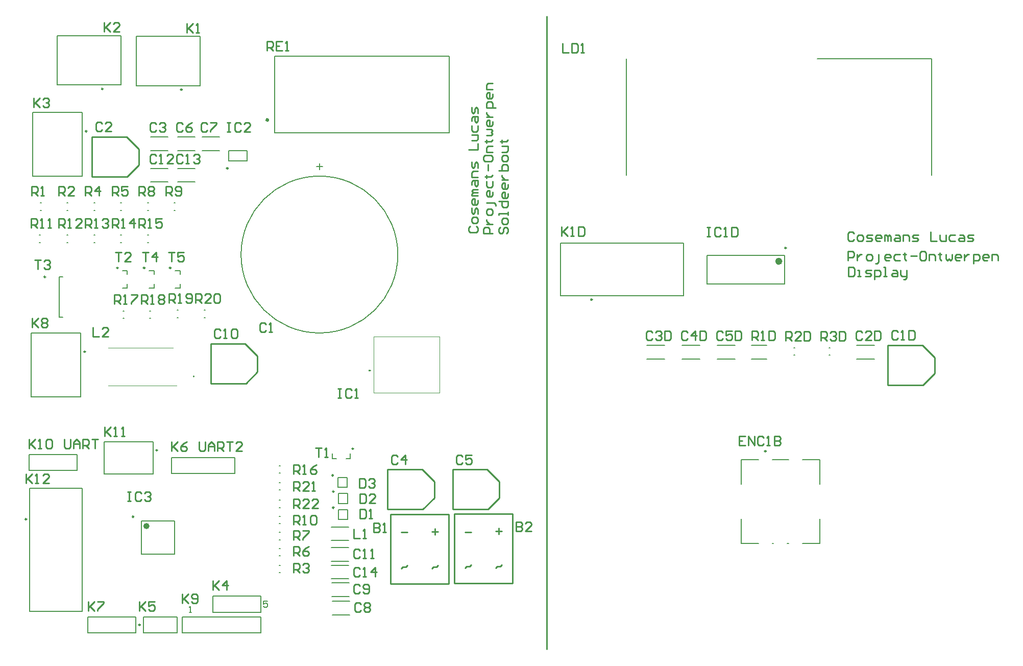
<source format=gto>
G04*
G04 #@! TF.GenerationSoftware,Altium Limited,Altium Designer,23.2.1 (34)*
G04*
G04 Layer_Color=65535*
%FSLAX25Y25*%
%MOIN*%
G70*
G04*
G04 #@! TF.SameCoordinates,A037187A-46A6-4B3A-B22B-D3DDD371AF81*
G04*
G04*
G04 #@! TF.FilePolarity,Positive*
G04*
G01*
G75*
%ADD10C,0.00984*%
%ADD11C,0.02362*%
%ADD12C,0.00787*%
%ADD13C,0.01575*%
%ADD14C,0.01968*%
%ADD15C,0.01181*%
%ADD16C,0.01000*%
%ADD17C,0.00394*%
%ADD18C,0.00600*%
D10*
X496150Y128776D02*
G03*
X496150Y128776I-492J0D01*
G01*
X382634Y227815D02*
G03*
X382634Y227815I-492J0D01*
G01*
X509339Y261543D02*
G03*
X509339Y261543I-492J0D01*
G01*
X107555Y248480D02*
G03*
X107555Y248480I-492J0D01*
G01*
X90555D02*
G03*
X90555Y248480I-492J0D01*
G01*
X25669Y242610D02*
G03*
X25669Y242610I-492J0D01*
G01*
X73055Y248480D02*
G03*
X73055Y248480I-492J0D01*
G01*
X226713Y130500D02*
G03*
X226713Y130500I-492J0D01*
G01*
X13307Y84500D02*
G03*
X13307Y84500I-492J0D01*
G01*
X98740Y129500D02*
G03*
X98740Y129500I-492J0D01*
G01*
X51693Y193842D02*
G03*
X51693Y193842I-492J0D01*
G01*
X87508Y15500D02*
G03*
X87508Y15500I-492J0D01*
G01*
X52693Y337685D02*
G03*
X52693Y337685I-492J0D01*
G01*
X63177Y365299D02*
G03*
X63177Y365299I-492J0D01*
G01*
X114835Y364799D02*
G03*
X114835Y364799I-492J0D01*
G01*
X83250Y86122D02*
G03*
X83250Y86122I-492J0D01*
G01*
X144882Y313465D02*
G03*
X144882Y313465I-492J0D01*
G01*
X213555Y113067D02*
G03*
X213555Y113067I-492J0D01*
G01*
X214055Y102572D02*
G03*
X214055Y102572I-492J0D01*
G01*
Y92067D02*
G03*
X214055Y92067I-492J0D01*
G01*
D11*
X505638Y252783D02*
G03*
X505638Y252783I-1181J0D01*
G01*
D12*
X255681Y257185D02*
G03*
X255681Y257185I-51181J0D01*
G01*
X122465Y178094D02*
G03*
X122465Y177307I0J-394D01*
G01*
D02*
G03*
X122465Y178094I0J394D01*
G01*
X479909Y123362D02*
X491130D01*
X500185D02*
X510815D01*
X519870D02*
X531091D01*
Y68638D02*
Y84681D01*
Y107319D02*
Y123362D01*
X479909Y68638D02*
X491130D01*
X500185D02*
X500972D01*
X510028D02*
X510815D01*
X519870D02*
X531091D01*
X479909D02*
Y84681D01*
Y107319D02*
Y123362D01*
X537248Y191539D02*
X538035D01*
X537248Y196461D02*
X538035D01*
X514248Y191539D02*
X515035D01*
X514248Y196461D02*
X515035D01*
X486708Y197929D02*
X496575D01*
X486708Y189071D02*
X496575D01*
X529642Y384894D02*
X604346D01*
Y309106D02*
Y384894D01*
X404937Y309106D02*
Y384894D01*
X362083Y230374D02*
Y264626D01*
Y230374D02*
X442201D01*
X442202Y230375D02*
Y264625D01*
X362083Y264626D02*
X442201D01*
X457606Y256720D02*
X508394D01*
X457606Y237823D02*
X508394D01*
Y256720D01*
X457606Y237823D02*
Y256720D01*
X464421Y189059D02*
X475863D01*
X464421Y197941D02*
X475863D01*
X441421Y189059D02*
X452863D01*
X441421Y197941D02*
X452863D01*
X418421Y189059D02*
X429863D01*
X418421Y197941D02*
X429863D01*
X555421Y189059D02*
X566863D01*
X555421Y197941D02*
X566863D01*
X202500Y314500D02*
X206500D01*
X204500Y312500D02*
Y316500D01*
X110350Y246748D02*
X113559D01*
Y244150D02*
Y246748D01*
X110350Y235252D02*
X113559D01*
Y237850D01*
X93350Y246748D02*
X96559D01*
Y244150D02*
Y246748D01*
X93350Y235252D02*
X96559D01*
Y237850D01*
X34429Y242689D02*
X36791D01*
X34429Y216311D02*
Y242689D01*
Y216311D02*
X36791D01*
X75850Y246748D02*
X79059D01*
Y244150D02*
Y246748D01*
X75850Y235252D02*
X79059D01*
Y237850D01*
X224488Y124004D02*
Y127213D01*
X221890Y124004D02*
X224488D01*
X212992D02*
Y127213D01*
Y124004D02*
X215591D01*
X175169Y386764D02*
X289343D01*
Y336764D02*
Y386764D01*
X175169Y336764D02*
X289343D01*
X175169D02*
Y386764D01*
X178106Y92039D02*
X178894D01*
X178106Y96961D02*
X178894D01*
X178106Y103539D02*
X178894D01*
X178106Y108461D02*
X178894D01*
X129106Y220961D02*
X129894D01*
X129106Y216039D02*
X129894D01*
X111606Y220961D02*
X112394D01*
X111606Y216039D02*
X112394D01*
X93606Y220461D02*
X94394D01*
X93606Y215539D02*
X94394D01*
X76106Y220461D02*
X76894D01*
X76106Y215539D02*
X76894D01*
X178106Y114539D02*
X178894D01*
X178106Y119461D02*
X178894D01*
X92106Y269961D02*
X92894D01*
X92106Y265039D02*
X92894D01*
X74606Y269961D02*
X75394D01*
X74606Y265039D02*
X75394D01*
X57106Y269961D02*
X57894D01*
X57106Y265039D02*
X57894D01*
X39606Y269961D02*
X40394D01*
X39606Y265039D02*
X40394D01*
X21606Y269961D02*
X22394D01*
X21606Y265039D02*
X22394D01*
X178106Y86461D02*
X178894D01*
X178106Y81539D02*
X178894D01*
X109606Y290961D02*
X110394D01*
X109606Y286039D02*
X110394D01*
X92106Y290961D02*
X92894D01*
X92106Y286039D02*
X92894D01*
X178106Y75961D02*
X178894D01*
X178106Y71039D02*
X178894D01*
X178106Y65461D02*
X178894D01*
X178106Y60539D02*
X178894D01*
X74606Y290961D02*
X75394D01*
X74606Y286039D02*
X75394D01*
X57106Y290961D02*
X57894D01*
X57106Y286039D02*
X57894D01*
X178106Y54461D02*
X178894D01*
X178106Y49539D02*
X178894D01*
X39606Y290961D02*
X40394D01*
X39606Y286039D02*
X40394D01*
X22106Y290961D02*
X22894D01*
X22106Y286039D02*
X22894D01*
X212279Y70559D02*
X223721D01*
X212279Y79441D02*
X223721D01*
X49626Y24441D02*
Y104559D01*
X15375Y24440D02*
X49625D01*
X15374Y24441D02*
Y104559D01*
X49626D01*
X64016Y114106D02*
X95984D01*
X64016D02*
Y134894D01*
X95984D01*
Y114106D02*
Y134894D01*
X14909Y116205D02*
Y126795D01*
Y116205D02*
X46091D01*
Y126795D01*
X14909D02*
X46091D01*
X166091Y10205D02*
Y20795D01*
X114909D02*
X166091D01*
X114909Y10205D02*
Y20795D01*
Y10205D02*
X166091D01*
X16358Y164315D02*
Y206047D01*
Y164315D02*
X48642D01*
Y206047D01*
X16358D02*
X48642D01*
X53409Y10205D02*
Y20795D01*
Y10205D02*
X84591D01*
Y20795D01*
X53409D02*
X84591D01*
X107909Y124795D02*
X149091D01*
Y114205D02*
Y124795D01*
X107909Y114205D02*
X149091D01*
X107909D02*
Y124795D01*
X89516Y20697D02*
X111484D01*
Y10303D02*
Y20697D01*
X89516Y10303D02*
X111484D01*
X89516D02*
Y20697D01*
X166091Y23705D02*
Y34295D01*
X134909D02*
X166091D01*
X134909Y23705D02*
Y34295D01*
Y23705D02*
X166091D01*
X17358Y308157D02*
Y349890D01*
Y308157D02*
X49642D01*
Y349890D01*
X17358D02*
X49642D01*
X33157Y400142D02*
X74890D01*
X33157Y367858D02*
Y400142D01*
Y367858D02*
X74890D01*
Y400142D01*
X84815Y399642D02*
X126547D01*
X84815Y367358D02*
Y399642D01*
Y367358D02*
X126547D01*
Y399642D01*
X88173Y61673D02*
Y83327D01*
Y61673D02*
X109827D01*
Y83327D01*
X88173D02*
X109827D01*
X157382Y318386D02*
Y325079D01*
X145177Y318386D02*
Y325079D01*
X157382D01*
X145177Y318386D02*
X157382D01*
X216429Y105252D02*
Y111748D01*
Y105252D02*
X222571D01*
Y111748D01*
X216429D02*
X222571D01*
X216929Y94757D02*
Y101253D01*
Y94757D02*
X223071D01*
Y101253D01*
X216929D02*
X223071D01*
X216929Y84252D02*
Y90748D01*
Y84252D02*
X223071D01*
Y90748D01*
X216929D02*
X223071D01*
X212279Y54441D02*
X223721D01*
X212279Y45559D02*
X223721D01*
X111779Y313441D02*
X123221D01*
X111779Y304559D02*
X123221D01*
X94279Y313441D02*
X105721D01*
X94279Y304559D02*
X105721D01*
X212279Y57059D02*
X223721D01*
X212279Y65941D02*
X223721D01*
X212432Y34059D02*
X223874D01*
X212432Y42941D02*
X223874D01*
X212779Y22059D02*
X224221D01*
X212779Y30941D02*
X224221D01*
X127779Y333941D02*
X139221D01*
X127779Y325059D02*
X139221D01*
X111779Y333941D02*
X123221D01*
X111779Y325059D02*
X123221D01*
X94279Y333941D02*
X105721D01*
X94279Y325059D02*
X105721D01*
D13*
X170952Y345047D02*
G03*
X170952Y345047I-495J0D01*
G01*
D14*
X92504Y79980D02*
G03*
X92504Y79980I-984J0D01*
G01*
D15*
X237090Y181500D02*
G03*
X237484Y181500I197J0D01*
G01*
D02*
G03*
X237090Y181500I-197J0D01*
G01*
D16*
X575642Y197992D02*
X577650D01*
X575642Y187008D02*
Y197992D01*
Y172008D02*
X598650D01*
X606142Y179500D01*
Y190000D01*
X598150Y197992D02*
X606142Y190000D01*
X590642Y197992D02*
X598150D01*
X577650D02*
X590642D01*
X575642Y172008D02*
Y187008D01*
X353000Y-500D02*
Y412500D01*
X133500Y173008D02*
Y188008D01*
X135508Y198992D02*
X148500D01*
X156008D01*
X164000Y191000D01*
Y180500D02*
Y191000D01*
X156508Y173008D02*
X164000Y180500D01*
X133500Y173008D02*
X156508D01*
X133500Y188008D02*
Y198992D01*
X135508D01*
X291500Y90843D02*
Y105843D01*
X293508Y116827D02*
X306500D01*
X314008D01*
X322000Y108835D01*
Y98335D02*
Y108835D01*
X314508Y90843D02*
X322000Y98335D01*
X291500Y90843D02*
X314508D01*
X291500Y105843D02*
Y116827D01*
X293508D01*
X249000Y90843D02*
Y105843D01*
X251008Y116827D02*
X264000D01*
X271508D01*
X279500Y108835D01*
Y98335D02*
Y108835D01*
X272008Y90843D02*
X279500Y98335D01*
X249000Y90843D02*
X272008D01*
X249000Y105843D02*
Y116827D01*
X251008D01*
X56000Y308008D02*
Y323008D01*
X58008Y333992D02*
X71000D01*
X78508D01*
X86500Y326000D01*
Y315500D02*
Y326000D01*
X79008Y308008D02*
X86500Y315500D01*
X56000Y308008D02*
X79008D01*
X56000Y323008D02*
Y333992D01*
X58008D01*
X302803Y42571D02*
X311000D01*
X292493D02*
X302803D01*
X292493D02*
Y67077D01*
X330507D02*
Y87827D01*
X292493Y67077D02*
Y87827D01*
X330507Y65000D02*
Y67077D01*
Y42571D02*
Y65000D01*
X292493Y87827D02*
X330507D01*
X311000Y42571D02*
X330507D01*
X261303Y42406D02*
X269500D01*
X250993D02*
X261303D01*
X250993D02*
Y66912D01*
X289007D02*
Y87662D01*
X250993Y66912D02*
Y87662D01*
X289007Y64835D02*
Y66912D01*
Y42406D02*
Y64835D01*
X250993Y87662D02*
X289007D01*
X269500Y42406D02*
X289007D01*
X108000Y134948D02*
Y128950D01*
Y130949D01*
X111999Y134948D01*
X109000Y131949D01*
X111999Y128950D01*
X117997Y134948D02*
X115997Y133948D01*
X113998Y131949D01*
Y129950D01*
X114998Y128950D01*
X116997D01*
X117997Y129950D01*
Y130949D01*
X116997Y131949D01*
X113998D01*
X125994Y134948D02*
Y129950D01*
X126994Y128950D01*
X128993D01*
X129993Y129950D01*
Y134948D01*
X131992Y128950D02*
Y132949D01*
X133992Y134948D01*
X135991Y132949D01*
Y128950D01*
Y131949D01*
X131992D01*
X137990Y128950D02*
Y134948D01*
X140989D01*
X141989Y133948D01*
Y131949D01*
X140989Y130949D01*
X137990D01*
X139990D02*
X141989Y128950D01*
X143988Y134948D02*
X147987D01*
X145988D01*
Y128950D01*
X153985D02*
X149986D01*
X153985Y132949D01*
Y133948D01*
X152985Y134948D01*
X150986D01*
X149986Y133948D01*
X482499Y138798D02*
X478500D01*
Y132800D01*
X482499D01*
X478500Y135799D02*
X480499D01*
X484498Y132800D02*
Y138798D01*
X488497Y132800D01*
Y138798D01*
X494495Y137798D02*
X493495Y138798D01*
X491496D01*
X490496Y137798D01*
Y133800D01*
X491496Y132800D01*
X493495D01*
X494495Y133800D01*
X496494Y132800D02*
X498493D01*
X497494D01*
Y138798D01*
X496494Y137798D01*
X501493Y138798D02*
Y132800D01*
X504492D01*
X505491Y133800D01*
Y134799D01*
X504492Y135799D01*
X501493D01*
X504492D01*
X505491Y136799D01*
Y137798D01*
X504492Y138798D01*
X501493D01*
X531900Y201000D02*
Y206998D01*
X534899D01*
X535899Y205998D01*
Y203999D01*
X534899Y202999D01*
X531900D01*
X533899D02*
X535899Y201000D01*
X537898Y205998D02*
X538898Y206998D01*
X540897D01*
X541897Y205998D01*
Y204999D01*
X540897Y203999D01*
X539897D01*
X540897D01*
X541897Y202999D01*
Y202000D01*
X540897Y201000D01*
X538898D01*
X537898Y202000D01*
X543896Y206998D02*
Y201000D01*
X546895D01*
X547895Y202000D01*
Y205998D01*
X546895Y206998D01*
X543896D01*
X508900Y201000D02*
Y206998D01*
X511899D01*
X512899Y205998D01*
Y203999D01*
X511899Y202999D01*
X508900D01*
X510899D02*
X512899Y201000D01*
X518897D02*
X514898D01*
X518897Y204999D01*
Y205998D01*
X517897Y206998D01*
X515898D01*
X514898Y205998D01*
X520896Y206998D02*
Y201000D01*
X523895D01*
X524895Y202000D01*
Y205998D01*
X523895Y206998D01*
X520896D01*
X486900Y201300D02*
Y207298D01*
X489899D01*
X490899Y206298D01*
Y204299D01*
X489899Y203299D01*
X486900D01*
X488899D02*
X490899Y201300D01*
X492898D02*
X494897D01*
X493898D01*
Y207298D01*
X492898Y206298D01*
X497896Y207298D02*
Y201300D01*
X500896D01*
X501895Y202300D01*
Y206298D01*
X500896Y207298D01*
X497896D01*
X363300Y395098D02*
Y389100D01*
X367299D01*
X369298Y395098D02*
Y389100D01*
X372297D01*
X373297Y390100D01*
Y394098D01*
X372297Y395098D01*
X369298D01*
X375296Y389100D02*
X377295D01*
X376296D01*
Y395098D01*
X375296Y394098D01*
X362600Y275298D02*
Y269300D01*
Y271299D01*
X366599Y275298D01*
X363600Y272299D01*
X366599Y269300D01*
X368598D02*
X370597D01*
X369598D01*
Y275298D01*
X368598Y274298D01*
X373596Y275298D02*
Y269300D01*
X376595D01*
X377595Y270300D01*
Y274298D01*
X376595Y275298D01*
X373596D01*
X457500Y274898D02*
X459499D01*
X458500D01*
Y268900D01*
X457500D01*
X459499D01*
X466497Y273898D02*
X465497Y274898D01*
X463498D01*
X462498Y273898D01*
Y269900D01*
X463498Y268900D01*
X465497D01*
X466497Y269900D01*
X468496Y268900D02*
X470496D01*
X469496D01*
Y274898D01*
X468496Y273898D01*
X473495Y274898D02*
Y268900D01*
X476494D01*
X477493Y269900D01*
Y273898D01*
X476494Y274898D01*
X473495D01*
X467999Y206298D02*
X466999Y207298D01*
X465000D01*
X464000Y206298D01*
Y202300D01*
X465000Y201300D01*
X466999D01*
X467999Y202300D01*
X473997Y207298D02*
X469998D01*
Y204299D01*
X471997Y205299D01*
X472997D01*
X473997Y204299D01*
Y202300D01*
X472997Y201300D01*
X470998D01*
X469998Y202300D01*
X475996Y207298D02*
Y201300D01*
X478995D01*
X479995Y202300D01*
Y206298D01*
X478995Y207298D01*
X475996D01*
X444999Y206298D02*
X443999Y207298D01*
X442000D01*
X441000Y206298D01*
Y202300D01*
X442000Y201300D01*
X443999D01*
X444999Y202300D01*
X449997Y201300D02*
Y207298D01*
X446998Y204299D01*
X450997D01*
X452996Y207298D02*
Y201300D01*
X455995D01*
X456995Y202300D01*
Y206298D01*
X455995Y207298D01*
X452996D01*
X421999Y206298D02*
X420999Y207298D01*
X419000D01*
X418000Y206298D01*
Y202300D01*
X419000Y201300D01*
X420999D01*
X421999Y202300D01*
X423998Y206298D02*
X424998Y207298D01*
X426997D01*
X427997Y206298D01*
Y205299D01*
X426997Y204299D01*
X425997D01*
X426997D01*
X427997Y203299D01*
Y202300D01*
X426997Y201300D01*
X424998D01*
X423998Y202300D01*
X429996Y207298D02*
Y201300D01*
X432995D01*
X433995Y202300D01*
Y206298D01*
X432995Y207298D01*
X429996D01*
X558999Y206298D02*
X557999Y207298D01*
X556000D01*
X555000Y206298D01*
Y202300D01*
X556000Y201300D01*
X557999D01*
X558999Y202300D01*
X564997Y201300D02*
X560998D01*
X564997Y205299D01*
Y206298D01*
X563997Y207298D01*
X561998D01*
X560998Y206298D01*
X566996Y207298D02*
Y201300D01*
X569995D01*
X570995Y202300D01*
Y206298D01*
X569995Y207298D01*
X566996D01*
X582099Y206498D02*
X581099Y207498D01*
X579100D01*
X578100Y206498D01*
Y202500D01*
X579100Y201500D01*
X581099D01*
X582099Y202500D01*
X584098Y201500D02*
X586097D01*
X585098D01*
Y207498D01*
X584098Y206498D01*
X589096Y207498D02*
Y201500D01*
X592096D01*
X593095Y202500D01*
Y206498D01*
X592096Y207498D01*
X589096D01*
X169500Y211499D02*
X168500Y212499D01*
X166501D01*
X165501Y211499D01*
Y207501D01*
X166501Y206501D01*
X168500D01*
X169500Y207501D01*
X171499Y206501D02*
X173499D01*
X172499D01*
Y212499D01*
X171499Y211499D01*
X550000Y248997D02*
Y242999D01*
X552999D01*
X553999Y243999D01*
Y247998D01*
X552999Y248997D01*
X550000D01*
X555998Y242999D02*
X557997D01*
X556998D01*
Y246998D01*
X555998D01*
X560996Y242999D02*
X563996D01*
X564995Y243999D01*
X563996Y244999D01*
X561996D01*
X560996Y245998D01*
X561996Y246998D01*
X564995D01*
X566994Y241000D02*
Y246998D01*
X569993D01*
X570993Y245998D01*
Y243999D01*
X569993Y242999D01*
X566994D01*
X572993D02*
X574992D01*
X573992D01*
Y248997D01*
X572993D01*
X578991Y246998D02*
X580990D01*
X581990Y245998D01*
Y242999D01*
X578991D01*
X577991Y243999D01*
X578991Y244999D01*
X581990D01*
X583989Y246998D02*
Y243999D01*
X584989Y242999D01*
X587988D01*
Y242000D01*
X586988Y241000D01*
X585988D01*
X587988Y242999D02*
Y246998D01*
X549559Y253431D02*
Y259429D01*
X552558D01*
X553557Y258429D01*
Y256430D01*
X552558Y255430D01*
X549559D01*
X555557Y257430D02*
Y253431D01*
Y255430D01*
X556557Y256430D01*
X557556Y257430D01*
X558556D01*
X562555Y253431D02*
X564554D01*
X565554Y254431D01*
Y256430D01*
X564554Y257430D01*
X562555D01*
X561555Y256430D01*
Y254431D01*
X562555Y253431D01*
X567553Y251431D02*
X568553D01*
X569552Y252431D01*
Y257430D01*
X576550Y253431D02*
X574551D01*
X573551Y254431D01*
Y256430D01*
X574551Y257430D01*
X576550D01*
X577550Y256430D01*
Y255430D01*
X573551D01*
X583548Y257430D02*
X580549D01*
X579549Y256430D01*
Y254431D01*
X580549Y253431D01*
X583548D01*
X586547Y258429D02*
Y257430D01*
X585547D01*
X587547D01*
X586547D01*
Y254431D01*
X587547Y253431D01*
X590546Y256430D02*
X594544D01*
X599543Y259429D02*
X597543D01*
X596544Y258429D01*
Y254431D01*
X597543Y253431D01*
X599543D01*
X600542Y254431D01*
Y258429D01*
X599543Y259429D01*
X602542Y253431D02*
Y257430D01*
X605541D01*
X606540Y256430D01*
Y253431D01*
X609539Y258429D02*
Y257430D01*
X608540D01*
X610539D01*
X609539D01*
Y254431D01*
X610539Y253431D01*
X613538Y257430D02*
Y254431D01*
X614538Y253431D01*
X615538Y254431D01*
X616537Y253431D01*
X617537Y254431D01*
Y257430D01*
X622535Y253431D02*
X620536D01*
X619536Y254431D01*
Y256430D01*
X620536Y257430D01*
X622535D01*
X623535Y256430D01*
Y255430D01*
X619536D01*
X625534Y257430D02*
Y253431D01*
Y255430D01*
X626534Y256430D01*
X627534Y257430D01*
X628533D01*
X631532Y251431D02*
Y257430D01*
X634531D01*
X635531Y256430D01*
Y254431D01*
X634531Y253431D01*
X631532D01*
X640529D02*
X638530D01*
X637530Y254431D01*
Y256430D01*
X638530Y257430D01*
X640529D01*
X641529Y256430D01*
Y255430D01*
X637530D01*
X643528Y253431D02*
Y257430D01*
X646527D01*
X647527Y256430D01*
Y253431D01*
X553499Y270998D02*
X552499Y271998D01*
X550500D01*
X549500Y270998D01*
Y267000D01*
X550500Y266000D01*
X552499D01*
X553499Y267000D01*
X556498Y266000D02*
X558497D01*
X559497Y267000D01*
Y268999D01*
X558497Y269999D01*
X556498D01*
X555498Y268999D01*
Y267000D01*
X556498Y266000D01*
X561496D02*
X564495D01*
X565495Y267000D01*
X564495Y267999D01*
X562496D01*
X561496Y268999D01*
X562496Y269999D01*
X565495D01*
X570493Y266000D02*
X568494D01*
X567494Y267000D01*
Y268999D01*
X568494Y269999D01*
X570493D01*
X571493Y268999D01*
Y267999D01*
X567494D01*
X573492Y266000D02*
Y269999D01*
X574492D01*
X575492Y268999D01*
Y266000D01*
Y268999D01*
X576491Y269999D01*
X577491Y268999D01*
Y266000D01*
X580490Y269999D02*
X582489D01*
X583489Y268999D01*
Y266000D01*
X580490D01*
X579490Y267000D01*
X580490Y267999D01*
X583489D01*
X585488Y266000D02*
Y269999D01*
X588487D01*
X589487Y268999D01*
Y266000D01*
X591486D02*
X594486D01*
X595485Y267000D01*
X594486Y267999D01*
X592486D01*
X591486Y268999D01*
X592486Y269999D01*
X595485D01*
X603482Y271998D02*
Y266000D01*
X607481D01*
X609481Y269999D02*
Y267000D01*
X610480Y266000D01*
X613479D01*
Y269999D01*
X619477D02*
X616478D01*
X615479Y268999D01*
Y267000D01*
X616478Y266000D01*
X619477D01*
X622476Y269999D02*
X624476D01*
X625475Y268999D01*
Y266000D01*
X622476D01*
X621477Y267000D01*
X622476Y267999D01*
X625475D01*
X627475Y266000D02*
X630474D01*
X631473Y267000D01*
X630474Y267999D01*
X628475D01*
X627475Y268999D01*
X628475Y269999D01*
X631473D01*
X303002Y275499D02*
X302002Y274499D01*
Y272500D01*
X303002Y271500D01*
X307000D01*
X308000Y272500D01*
Y274499D01*
X307000Y275499D01*
X308000Y278498D02*
Y280497D01*
X307000Y281497D01*
X305001D01*
X304001Y280497D01*
Y278498D01*
X305001Y277498D01*
X307000D01*
X308000Y278498D01*
Y283496D02*
Y286495D01*
X307000Y287495D01*
X306001Y286495D01*
Y284496D01*
X305001Y283496D01*
X304001Y284496D01*
Y287495D01*
X308000Y292493D02*
Y290494D01*
X307000Y289494D01*
X305001D01*
X304001Y290494D01*
Y292493D01*
X305001Y293493D01*
X306001D01*
Y289494D01*
X308000Y295492D02*
X304001D01*
Y296492D01*
X305001Y297492D01*
X308000D01*
X305001D01*
X304001Y298491D01*
X305001Y299491D01*
X308000D01*
X304001Y302490D02*
Y304489D01*
X305001Y305489D01*
X308000D01*
Y302490D01*
X307000Y301490D01*
X306001Y302490D01*
Y305489D01*
X308000Y307488D02*
X304001D01*
Y310487D01*
X305001Y311487D01*
X308000D01*
Y313486D02*
Y316485D01*
X307000Y317485D01*
X306001Y316485D01*
Y314486D01*
X305001Y313486D01*
X304001Y314486D01*
Y317485D01*
X302002Y325483D02*
X308000D01*
Y329481D01*
X304001Y331481D02*
X307000D01*
X308000Y332480D01*
Y335479D01*
X304001D01*
Y341477D02*
Y338478D01*
X305001Y337479D01*
X307000D01*
X308000Y338478D01*
Y341477D01*
X304001Y344476D02*
Y346476D01*
X305001Y347475D01*
X308000D01*
Y344476D01*
X307000Y343477D01*
X306001Y344476D01*
Y347475D01*
X308000Y349475D02*
Y352474D01*
X307000Y353473D01*
X306001Y352474D01*
Y350475D01*
X305001Y349475D01*
X304001Y350475D01*
Y353473D01*
X322502Y274999D02*
X321502Y273999D01*
Y272000D01*
X322502Y271000D01*
X323501D01*
X324501Y272000D01*
Y273999D01*
X325501Y274999D01*
X326500D01*
X327500Y273999D01*
Y272000D01*
X326500Y271000D01*
X327500Y277998D02*
Y279997D01*
X326500Y280997D01*
X324501D01*
X323501Y279997D01*
Y277998D01*
X324501Y276998D01*
X326500D01*
X327500Y277998D01*
Y282996D02*
Y284996D01*
Y283996D01*
X321502D01*
Y282996D01*
Y291993D02*
X327500D01*
Y288994D01*
X326500Y287995D01*
X324501D01*
X323501Y288994D01*
Y291993D01*
X327500Y296992D02*
Y294992D01*
X326500Y293993D01*
X324501D01*
X323501Y294992D01*
Y296992D01*
X324501Y297991D01*
X325501D01*
Y293993D01*
X327500Y302990D02*
Y300990D01*
X326500Y299991D01*
X324501D01*
X323501Y300990D01*
Y302990D01*
X324501Y303989D01*
X325501D01*
Y299991D01*
X323501Y305989D02*
X327500D01*
X325501D01*
X324501Y306988D01*
X323501Y307988D01*
Y308988D01*
X321502Y311987D02*
X327500D01*
Y314986D01*
X326500Y315985D01*
X325501D01*
X324501D01*
X323501Y314986D01*
Y311987D01*
X327500Y318985D02*
Y320984D01*
X326500Y321984D01*
X324501D01*
X323501Y320984D01*
Y318985D01*
X324501Y317985D01*
X326500D01*
X327500Y318985D01*
X323501Y323983D02*
X326500D01*
X327500Y324983D01*
Y327982D01*
X323501D01*
X322502Y330981D02*
X323501D01*
Y329981D01*
Y331980D01*
Y330981D01*
X326500D01*
X327500Y331980D01*
X317501Y271000D02*
X311503D01*
Y273999D01*
X312502Y274999D01*
X314502D01*
X315501Y273999D01*
Y271000D01*
X313502Y276998D02*
X317501D01*
X315501D01*
X314502Y277998D01*
X313502Y278997D01*
Y279997D01*
X317501Y283996D02*
Y285995D01*
X316501Y286995D01*
X314502D01*
X313502Y285995D01*
Y283996D01*
X314502Y282996D01*
X316501D01*
X317501Y283996D01*
X319500Y288994D02*
Y289994D01*
X318500Y290993D01*
X313502D01*
X317501Y297991D02*
Y295992D01*
X316501Y294992D01*
X314502D01*
X313502Y295992D01*
Y297991D01*
X314502Y298991D01*
X315501D01*
Y294992D01*
X313502Y304989D02*
Y301990D01*
X314502Y300990D01*
X316501D01*
X317501Y301990D01*
Y304989D01*
X312502Y307988D02*
X313502D01*
Y306988D01*
Y308988D01*
Y307988D01*
X316501D01*
X317501Y308988D01*
X314502Y311987D02*
Y315985D01*
X311503Y320984D02*
Y318985D01*
X312502Y317985D01*
X316501D01*
X317501Y318985D01*
Y320984D01*
X316501Y321984D01*
X312502D01*
X311503Y320984D01*
X317501Y323983D02*
X313502D01*
Y326982D01*
X314502Y327982D01*
X317501D01*
X312502Y330981D02*
X313502D01*
Y329981D01*
Y331980D01*
Y330981D01*
X316501D01*
X317501Y331980D01*
X313502Y334979D02*
X316501D01*
X317501Y335979D01*
X316501Y336979D01*
X317501Y337978D01*
X316501Y338978D01*
X313502D01*
X317501Y343976D02*
Y341977D01*
X316501Y340977D01*
X314502D01*
X313502Y341977D01*
Y343976D01*
X314502Y344976D01*
X315501D01*
Y340977D01*
X313502Y346975D02*
X317501D01*
X315501D01*
X314502Y347975D01*
X313502Y348975D01*
Y349974D01*
X319500Y352974D02*
X313502D01*
Y355973D01*
X314502Y356972D01*
X316501D01*
X317501Y355973D01*
Y352974D01*
Y361971D02*
Y359971D01*
X316501Y358972D01*
X314502D01*
X313502Y359971D01*
Y361971D01*
X314502Y362970D01*
X315501D01*
Y358972D01*
X317501Y364970D02*
X313502D01*
Y367969D01*
X314502Y368968D01*
X317501D01*
X299500Y52500D02*
X300500Y53500D01*
X302499D01*
X303499Y54499D01*
X319500Y52500D02*
X320500Y53500D01*
X322499D01*
X323499Y54499D01*
X299500Y76000D02*
X303499D01*
X319500Y76499D02*
X323499D01*
X321499Y78499D02*
Y74500D01*
X258000Y52335D02*
X259000Y53335D01*
X260999D01*
X261999Y54334D01*
X278000Y52335D02*
X279000Y53335D01*
X280999D01*
X281999Y54334D01*
X258000Y75835D02*
X261999D01*
X278000Y76334D02*
X281999D01*
X279999Y78334D02*
Y74335D01*
X105800Y258498D02*
X109799D01*
X107799D01*
Y252500D01*
X115797Y258498D02*
X111798D01*
Y255499D01*
X113797Y256499D01*
X114797D01*
X115797Y255499D01*
Y253500D01*
X114797Y252500D01*
X112798D01*
X111798Y253500D01*
X88800Y258498D02*
X92799D01*
X90799D01*
Y252500D01*
X97797D02*
Y258498D01*
X94798Y255499D01*
X98797D01*
X18600Y253698D02*
X22599D01*
X20599D01*
Y247700D01*
X24598Y252698D02*
X25598Y253698D01*
X27597D01*
X28597Y252698D01*
Y251699D01*
X27597Y250699D01*
X26597D01*
X27597D01*
X28597Y249699D01*
Y248700D01*
X27597Y247700D01*
X25598D01*
X24598Y248700D01*
X71300Y258498D02*
X75299D01*
X73299D01*
Y252500D01*
X81297D02*
X77298D01*
X81297Y256499D01*
Y257498D01*
X80297Y258498D01*
X78298D01*
X77298Y257498D01*
X202001Y130999D02*
X206000D01*
X204001D01*
Y125001D01*
X207999D02*
X209999D01*
X208999D01*
Y130999D01*
X207999Y129999D01*
X170200Y390200D02*
Y396198D01*
X173199D01*
X174199Y395198D01*
Y393199D01*
X173199Y392199D01*
X170200D01*
X172199D02*
X174199Y390200D01*
X180197Y396198D02*
X176198D01*
Y390200D01*
X180197D01*
X176198Y393199D02*
X178197D01*
X182196Y390200D02*
X184195D01*
X183196D01*
Y396198D01*
X182196Y395198D01*
X187503Y91501D02*
Y97499D01*
X190502D01*
X191501Y96499D01*
Y94500D01*
X190502Y93500D01*
X187503D01*
X189502D02*
X191501Y91501D01*
X197499D02*
X193501D01*
X197499Y95500D01*
Y96499D01*
X196500Y97499D01*
X194500D01*
X193501Y96499D01*
X203497Y91501D02*
X199499D01*
X203497Y95500D01*
Y96499D01*
X202498Y97499D01*
X200498D01*
X199499Y96499D01*
X187502Y103001D02*
Y108999D01*
X190501D01*
X191501Y107999D01*
Y106000D01*
X190501Y105000D01*
X187502D01*
X189502D02*
X191501Y103001D01*
X197499D02*
X193500D01*
X197499Y107000D01*
Y107999D01*
X196499Y108999D01*
X194500D01*
X193500Y107999D01*
X199498Y103001D02*
X201498D01*
X200498D01*
Y108999D01*
X199498Y107999D01*
X123700Y225500D02*
Y231498D01*
X126699D01*
X127699Y230498D01*
Y228499D01*
X126699Y227499D01*
X123700D01*
X125699D02*
X127699Y225500D01*
X133697D02*
X129698D01*
X133697Y229499D01*
Y230498D01*
X132697Y231498D01*
X130698D01*
X129698Y230498D01*
X135696D02*
X136696Y231498D01*
X138695D01*
X139695Y230498D01*
Y226500D01*
X138695Y225500D01*
X136696D01*
X135696Y226500D01*
Y230498D01*
X106200Y225500D02*
Y231498D01*
X109199D01*
X110199Y230498D01*
Y228499D01*
X109199Y227499D01*
X106200D01*
X108199D02*
X110199Y225500D01*
X112198D02*
X114197D01*
X113198D01*
Y231498D01*
X112198Y230498D01*
X117196Y226500D02*
X118196Y225500D01*
X120195D01*
X121195Y226500D01*
Y230498D01*
X120195Y231498D01*
X118196D01*
X117196Y230498D01*
Y229499D01*
X118196Y228499D01*
X121195D01*
X88200Y225000D02*
Y230998D01*
X91199D01*
X92199Y229998D01*
Y227999D01*
X91199Y226999D01*
X88200D01*
X90199D02*
X92199Y225000D01*
X94198D02*
X96197D01*
X95198D01*
Y230998D01*
X94198Y229998D01*
X99196D02*
X100196Y230998D01*
X102196D01*
X103195Y229998D01*
Y228999D01*
X102196Y227999D01*
X103195Y226999D01*
Y226000D01*
X102196Y225000D01*
X100196D01*
X99196Y226000D01*
Y226999D01*
X100196Y227999D01*
X99196Y228999D01*
Y229998D01*
X100196Y227999D02*
X102196D01*
X70700Y225000D02*
Y230998D01*
X73699D01*
X74699Y229998D01*
Y227999D01*
X73699Y226999D01*
X70700D01*
X72699D02*
X74699Y225000D01*
X76698D02*
X78697D01*
X77698D01*
Y230998D01*
X76698Y229998D01*
X81696Y230998D02*
X85695D01*
Y229998D01*
X81696Y226000D01*
Y225000D01*
X187502Y114001D02*
Y119999D01*
X190501D01*
X191501Y118999D01*
Y117000D01*
X190501Y116000D01*
X187502D01*
X189502D02*
X191501Y114001D01*
X193500D02*
X195500D01*
X194500D01*
Y119999D01*
X193500Y118999D01*
X202498Y119999D02*
X200498Y118999D01*
X198499Y117000D01*
Y115001D01*
X199499Y114001D01*
X201498D01*
X202498Y115001D01*
Y116000D01*
X201498Y117000D01*
X198499D01*
X86700Y274500D02*
Y280498D01*
X89699D01*
X90699Y279498D01*
Y277499D01*
X89699Y276499D01*
X86700D01*
X88699D02*
X90699Y274500D01*
X92698D02*
X94697D01*
X93698D01*
Y280498D01*
X92698Y279498D01*
X101695Y280498D02*
X97696D01*
Y277499D01*
X99696Y278499D01*
X100696D01*
X101695Y277499D01*
Y275500D01*
X100696Y274500D01*
X98696D01*
X97696Y275500D01*
X69200Y274500D02*
Y280498D01*
X72199D01*
X73199Y279498D01*
Y277499D01*
X72199Y276499D01*
X69200D01*
X71199D02*
X73199Y274500D01*
X75198D02*
X77197D01*
X76198D01*
Y280498D01*
X75198Y279498D01*
X83196Y274500D02*
Y280498D01*
X80196Y277499D01*
X84195D01*
X51700Y274500D02*
Y280498D01*
X54699D01*
X55699Y279498D01*
Y277499D01*
X54699Y276499D01*
X51700D01*
X53699D02*
X55699Y274500D01*
X57698D02*
X59697D01*
X58698D01*
Y280498D01*
X57698Y279498D01*
X62696D02*
X63696Y280498D01*
X65696D01*
X66695Y279498D01*
Y278499D01*
X65696Y277499D01*
X64696D01*
X65696D01*
X66695Y276499D01*
Y275500D01*
X65696Y274500D01*
X63696D01*
X62696Y275500D01*
X34200Y274500D02*
Y280498D01*
X37199D01*
X38199Y279498D01*
Y277499D01*
X37199Y276499D01*
X34200D01*
X36199D02*
X38199Y274500D01*
X40198D02*
X42197D01*
X41198D01*
Y280498D01*
X40198Y279498D01*
X49195Y274500D02*
X45196D01*
X49195Y278499D01*
Y279498D01*
X48195Y280498D01*
X46196D01*
X45196Y279498D01*
X16200Y274500D02*
Y280498D01*
X19199D01*
X20199Y279498D01*
Y277499D01*
X19199Y276499D01*
X16200D01*
X18199D02*
X20199Y274500D01*
X22198D02*
X24197D01*
X23198D01*
Y280498D01*
X22198Y279498D01*
X27196Y274500D02*
X29196D01*
X28196D01*
Y280498D01*
X27196Y279498D01*
X187502Y81001D02*
Y86999D01*
X190501D01*
X191501Y85999D01*
Y84000D01*
X190501Y83000D01*
X187502D01*
X189502D02*
X191501Y81001D01*
X193500D02*
X195500D01*
X194500D01*
Y86999D01*
X193500Y85999D01*
X198499D02*
X199499Y86999D01*
X201498D01*
X202498Y85999D01*
Y82001D01*
X201498Y81001D01*
X199499D01*
X198499Y82001D01*
Y85999D01*
X104200Y295500D02*
Y301498D01*
X107199D01*
X108199Y300498D01*
Y298499D01*
X107199Y297499D01*
X104200D01*
X106199D02*
X108199Y295500D01*
X110198Y296500D02*
X111198Y295500D01*
X113197D01*
X114197Y296500D01*
Y300498D01*
X113197Y301498D01*
X111198D01*
X110198Y300498D01*
Y299499D01*
X111198Y298499D01*
X114197D01*
X86700Y295500D02*
Y301498D01*
X89699D01*
X90699Y300498D01*
Y298499D01*
X89699Y297499D01*
X86700D01*
X88699D02*
X90699Y295500D01*
X92698Y300498D02*
X93698Y301498D01*
X95697D01*
X96697Y300498D01*
Y299499D01*
X95697Y298499D01*
X96697Y297499D01*
Y296500D01*
X95697Y295500D01*
X93698D01*
X92698Y296500D01*
Y297499D01*
X93698Y298499D01*
X92698Y299499D01*
Y300498D01*
X93698Y298499D02*
X95697D01*
X187502Y71001D02*
Y76999D01*
X190501D01*
X191500Y75999D01*
Y74000D01*
X190501Y73000D01*
X187502D01*
X189501D02*
X191500Y71001D01*
X193500Y76999D02*
X197498D01*
Y75999D01*
X193500Y72001D01*
Y71001D01*
X187502Y60501D02*
Y66499D01*
X190501D01*
X191500Y65499D01*
Y63500D01*
X190501Y62500D01*
X187502D01*
X189501D02*
X191500Y60501D01*
X197498Y66499D02*
X195499Y65499D01*
X193500Y63500D01*
Y61501D01*
X194499Y60501D01*
X196499D01*
X197498Y61501D01*
Y62500D01*
X196499Y63500D01*
X193500D01*
X69200Y295500D02*
Y301498D01*
X72199D01*
X73199Y300498D01*
Y298499D01*
X72199Y297499D01*
X69200D01*
X71199D02*
X73199Y295500D01*
X79197Y301498D02*
X75198D01*
Y298499D01*
X77197Y299499D01*
X78197D01*
X79197Y298499D01*
Y296500D01*
X78197Y295500D01*
X76198D01*
X75198Y296500D01*
X51700Y295500D02*
Y301498D01*
X54699D01*
X55699Y300498D01*
Y298499D01*
X54699Y297499D01*
X51700D01*
X53699D02*
X55699Y295500D01*
X60697D02*
Y301498D01*
X57698Y298499D01*
X61697D01*
X187502Y49501D02*
Y55499D01*
X190501D01*
X191500Y54499D01*
Y52500D01*
X190501Y51500D01*
X187502D01*
X189501D02*
X191500Y49501D01*
X193500Y54499D02*
X194499Y55499D01*
X196499D01*
X197498Y54499D01*
Y53500D01*
X196499Y52500D01*
X195499D01*
X196499D01*
X197498Y51500D01*
Y50501D01*
X196499Y49501D01*
X194499D01*
X193500Y50501D01*
X34200Y295500D02*
Y301498D01*
X37199D01*
X38199Y300498D01*
Y298499D01*
X37199Y297499D01*
X34200D01*
X36199D02*
X38199Y295500D01*
X44197D02*
X40198D01*
X44197Y299499D01*
Y300498D01*
X43197Y301498D01*
X41198D01*
X40198Y300498D01*
X16700Y295500D02*
Y301498D01*
X19699D01*
X20699Y300498D01*
Y298499D01*
X19699Y297499D01*
X16700D01*
X18699D02*
X20699Y295500D01*
X22698D02*
X24697D01*
X23698D01*
Y301498D01*
X22698Y300498D01*
X56600Y209498D02*
Y203500D01*
X60599D01*
X66597D02*
X62598D01*
X66597Y207499D01*
Y208498D01*
X65597Y209498D01*
X63598D01*
X62598Y208498D01*
X227001Y77999D02*
Y72001D01*
X231000D01*
X232999D02*
X234999D01*
X233999D01*
Y77999D01*
X232999Y76999D01*
X12800Y114098D02*
Y108100D01*
Y110099D01*
X16799Y114098D01*
X13800Y111099D01*
X16799Y108100D01*
X18798D02*
X20797D01*
X19798D01*
Y114098D01*
X18798Y113098D01*
X27795Y108100D02*
X23796D01*
X27795Y112099D01*
Y113098D01*
X26796Y114098D01*
X24796D01*
X23796Y113098D01*
X64200Y144698D02*
Y138700D01*
Y140699D01*
X68199Y144698D01*
X65200Y141699D01*
X68199Y138700D01*
X70198D02*
X72197D01*
X71198D01*
Y144698D01*
X70198Y143698D01*
X75196Y138700D02*
X77196D01*
X76196D01*
Y144698D01*
X75196Y143698D01*
X15000Y136698D02*
Y130700D01*
Y132699D01*
X18999Y136698D01*
X16000Y133699D01*
X18999Y130700D01*
X20998D02*
X22997D01*
X21998D01*
Y136698D01*
X20998Y135698D01*
X25996D02*
X26996Y136698D01*
X28995D01*
X29995Y135698D01*
Y131700D01*
X28995Y130700D01*
X26996D01*
X25996Y131700D01*
Y135698D01*
X37993Y136698D02*
Y131700D01*
X38992Y130700D01*
X40992D01*
X41991Y131700D01*
Y136698D01*
X43991Y130700D02*
Y134699D01*
X45990Y136698D01*
X47989Y134699D01*
Y130700D01*
Y133699D01*
X43991D01*
X49989Y130700D02*
Y136698D01*
X52988D01*
X53987Y135698D01*
Y133699D01*
X52988Y132699D01*
X49989D01*
X51988D02*
X53987Y130700D01*
X55987Y136698D02*
X59986D01*
X57986D01*
Y130700D01*
X115000Y35798D02*
Y29800D01*
Y31799D01*
X118999Y35798D01*
X116000Y32799D01*
X118999Y29800D01*
X120998Y30800D02*
X121998Y29800D01*
X123997D01*
X124997Y30800D01*
Y34798D01*
X123997Y35798D01*
X121998D01*
X120998Y34798D01*
Y33799D01*
X121998Y32799D01*
X124997D01*
X16900Y215498D02*
Y209500D01*
Y211499D01*
X20899Y215498D01*
X17900Y212499D01*
X20899Y209500D01*
X22898Y214498D02*
X23898Y215498D01*
X25897D01*
X26897Y214498D01*
Y213499D01*
X25897Y212499D01*
X26897Y211499D01*
Y210500D01*
X25897Y209500D01*
X23898D01*
X22898Y210500D01*
Y211499D01*
X23898Y212499D01*
X22898Y213499D01*
Y214498D01*
X23898Y212499D02*
X25897D01*
X53500Y30698D02*
Y24700D01*
Y26699D01*
X57499Y30698D01*
X54500Y27699D01*
X57499Y24700D01*
X59498Y30698D02*
X63497D01*
Y29698D01*
X59498Y25700D01*
Y24700D01*
X87000Y30498D02*
Y24500D01*
Y26499D01*
X90999Y30498D01*
X88000Y27499D01*
X90999Y24500D01*
X96997Y30498D02*
X92998D01*
Y27499D01*
X94997Y28499D01*
X95997D01*
X96997Y27499D01*
Y25500D01*
X95997Y24500D01*
X93998D01*
X92998Y25500D01*
X135000Y44198D02*
Y38200D01*
Y40199D01*
X138999Y44198D01*
X136000Y41199D01*
X138999Y38200D01*
X143997D02*
Y44198D01*
X140998Y41199D01*
X144997D01*
X17900Y359398D02*
Y353400D01*
Y355399D01*
X21899Y359398D01*
X18900Y356399D01*
X21899Y353400D01*
X23898Y358398D02*
X24898Y359398D01*
X26897D01*
X27897Y358398D01*
Y357399D01*
X26897Y356399D01*
X25897D01*
X26897D01*
X27897Y355399D01*
Y354400D01*
X26897Y353400D01*
X24898D01*
X23898Y354400D01*
X64002Y408499D02*
Y402501D01*
Y404500D01*
X68000Y408499D01*
X65001Y405500D01*
X68000Y402501D01*
X73998D02*
X70000D01*
X73998Y406500D01*
Y407499D01*
X72999Y408499D01*
X70999D01*
X70000Y407499D01*
X118001Y407999D02*
Y402001D01*
Y404000D01*
X122000Y407999D01*
X119001Y405000D01*
X122000Y402001D01*
X123999D02*
X125999D01*
X124999D01*
Y407999D01*
X123999Y406999D01*
X79100Y102398D02*
X81099D01*
X80100D01*
Y96400D01*
X79100D01*
X81099D01*
X88097Y101398D02*
X87097Y102398D01*
X85098D01*
X84098Y101398D01*
Y97400D01*
X85098Y96400D01*
X87097D01*
X88097Y97400D01*
X90096Y101398D02*
X91096Y102398D01*
X93095D01*
X94095Y101398D01*
Y100399D01*
X93095Y99399D01*
X92096D01*
X93095D01*
X94095Y98399D01*
Y97400D01*
X93095Y96400D01*
X91096D01*
X90096Y97400D01*
X144400Y343398D02*
X146399D01*
X145400D01*
Y337400D01*
X144400D01*
X146399D01*
X153397Y342398D02*
X152397Y343398D01*
X150398D01*
X149398Y342398D01*
Y338400D01*
X150398Y337400D01*
X152397D01*
X153397Y338400D01*
X159395Y337400D02*
X155396D01*
X159395Y341399D01*
Y342398D01*
X158396Y343398D01*
X156396D01*
X155396Y342398D01*
X216502Y169499D02*
X218501D01*
X217502D01*
Y163501D01*
X216502D01*
X218501D01*
X225499Y168499D02*
X224500Y169499D01*
X222500D01*
X221500Y168499D01*
Y164501D01*
X222500Y163501D01*
X224500D01*
X225499Y164501D01*
X227499Y163501D02*
X229498D01*
X228498D01*
Y169499D01*
X227499Y168499D01*
X230502Y110999D02*
Y105001D01*
X233501D01*
X234500Y106001D01*
Y109999D01*
X233501Y110999D01*
X230502D01*
X236500Y109999D02*
X237499Y110999D01*
X239499D01*
X240498Y109999D01*
Y109000D01*
X239499Y108000D01*
X238499D01*
X239499D01*
X240498Y107000D01*
Y106001D01*
X239499Y105001D01*
X237499D01*
X236500Y106001D01*
X231002Y101004D02*
Y95006D01*
X234001D01*
X235000Y96006D01*
Y100004D01*
X234001Y101004D01*
X231002D01*
X240998Y95006D02*
X237000D01*
X240998Y99005D01*
Y100004D01*
X239999Y101004D01*
X237999D01*
X237000Y100004D01*
X231001Y90999D02*
Y85001D01*
X234000D01*
X235000Y86001D01*
Y89999D01*
X234000Y90999D01*
X231001D01*
X236999Y85001D02*
X238999D01*
X237999D01*
Y90999D01*
X236999Y89999D01*
X231001Y51999D02*
X230001Y52999D01*
X228002D01*
X227002Y51999D01*
Y48001D01*
X228002Y47001D01*
X230001D01*
X231001Y48001D01*
X233000Y47001D02*
X235000D01*
X234000D01*
Y52999D01*
X233000Y51999D01*
X240998Y47001D02*
Y52999D01*
X237999Y50000D01*
X241998D01*
X115399Y321798D02*
X114399Y322798D01*
X112400D01*
X111400Y321798D01*
Y317800D01*
X112400Y316800D01*
X114399D01*
X115399Y317800D01*
X117398Y316800D02*
X119397D01*
X118398D01*
Y322798D01*
X117398Y321798D01*
X122396D02*
X123396Y322798D01*
X125396D01*
X126395Y321798D01*
Y320799D01*
X125396Y319799D01*
X124396D01*
X125396D01*
X126395Y318799D01*
Y317800D01*
X125396Y316800D01*
X123396D01*
X122396Y317800D01*
X97899Y321798D02*
X96899Y322798D01*
X94900D01*
X93900Y321798D01*
Y317800D01*
X94900Y316800D01*
X96899D01*
X97899Y317800D01*
X99898Y316800D02*
X101897D01*
X100898D01*
Y322798D01*
X99898Y321798D01*
X108895Y316800D02*
X104896D01*
X108895Y320799D01*
Y321798D01*
X107896Y322798D01*
X105896D01*
X104896Y321798D01*
X231001Y63999D02*
X230001Y64999D01*
X228002D01*
X227002Y63999D01*
Y60001D01*
X228002Y59001D01*
X230001D01*
X231001Y60001D01*
X233000Y59001D02*
X234999D01*
X234000D01*
Y64999D01*
X233000Y63999D01*
X237999Y59001D02*
X239998D01*
X238998D01*
Y64999D01*
X237999Y63999D01*
X139999Y207498D02*
X138999Y208498D01*
X137000D01*
X136000Y207498D01*
Y203500D01*
X137000Y202500D01*
X138999D01*
X139999Y203500D01*
X141998Y202500D02*
X143997D01*
X142998D01*
Y208498D01*
X141998Y207498D01*
X146996D02*
X147996Y208498D01*
X149996D01*
X150995Y207498D01*
Y203500D01*
X149996Y202500D01*
X147996D01*
X146996Y203500D01*
Y207498D01*
X231000Y40999D02*
X230001Y41999D01*
X228001D01*
X227002Y40999D01*
Y37001D01*
X228001Y36001D01*
X230001D01*
X231000Y37001D01*
X233000D02*
X233999Y36001D01*
X235999D01*
X236998Y37001D01*
Y40999D01*
X235999Y41999D01*
X233999D01*
X233000Y40999D01*
Y40000D01*
X233999Y39000D01*
X236998D01*
X231500Y28999D02*
X230501Y29999D01*
X228501D01*
X227502Y28999D01*
Y25001D01*
X228501Y24001D01*
X230501D01*
X231500Y25001D01*
X233500Y28999D02*
X234499Y29999D01*
X236499D01*
X237498Y28999D01*
Y28000D01*
X236499Y27000D01*
X237498Y26000D01*
Y25001D01*
X236499Y24001D01*
X234499D01*
X233500Y25001D01*
Y26000D01*
X234499Y27000D01*
X233500Y28000D01*
Y28999D01*
X234499Y27000D02*
X236499D01*
X131399Y342298D02*
X130399Y343298D01*
X128400D01*
X127400Y342298D01*
Y338300D01*
X128400Y337300D01*
X130399D01*
X131399Y338300D01*
X133398Y343298D02*
X137397D01*
Y342298D01*
X133398Y338300D01*
Y337300D01*
X115399Y342298D02*
X114399Y343298D01*
X112400D01*
X111400Y342298D01*
Y338300D01*
X112400Y337300D01*
X114399D01*
X115399Y338300D01*
X121397Y343298D02*
X119397Y342298D01*
X117398Y340299D01*
Y338300D01*
X118398Y337300D01*
X120397D01*
X121397Y338300D01*
Y339299D01*
X120397Y340299D01*
X117398D01*
X297999Y125298D02*
X296999Y126298D01*
X295000D01*
X294000Y125298D01*
Y121300D01*
X295000Y120300D01*
X296999D01*
X297999Y121300D01*
X303997Y126298D02*
X299998D01*
Y123299D01*
X301997Y124299D01*
X302997D01*
X303997Y123299D01*
Y121300D01*
X302997Y120300D01*
X300998D01*
X299998Y121300D01*
X255499Y125298D02*
X254499Y126298D01*
X252500D01*
X251500Y125298D01*
Y121300D01*
X252500Y120300D01*
X254499D01*
X255499Y121300D01*
X260497Y120300D02*
Y126298D01*
X257498Y123299D01*
X261497D01*
X97899Y342298D02*
X96899Y343298D01*
X94900D01*
X93900Y342298D01*
Y338300D01*
X94900Y337300D01*
X96899D01*
X97899Y338300D01*
X99898Y342298D02*
X100898Y343298D01*
X102897D01*
X103897Y342298D01*
Y341299D01*
X102897Y340299D01*
X101897D01*
X102897D01*
X103897Y339299D01*
Y338300D01*
X102897Y337300D01*
X100898D01*
X99898Y338300D01*
X62499Y342498D02*
X61499Y343498D01*
X59500D01*
X58500Y342498D01*
Y338500D01*
X59500Y337500D01*
X61499D01*
X62499Y338500D01*
X68497Y337500D02*
X64498D01*
X68497Y341499D01*
Y342498D01*
X67497Y343498D01*
X65498D01*
X64498Y342498D01*
X333002Y82499D02*
Y76501D01*
X336001D01*
X337000Y77501D01*
Y78500D01*
X336001Y79500D01*
X333002D01*
X336001D01*
X337000Y80500D01*
Y81499D01*
X336001Y82499D01*
X333002D01*
X342998Y76501D02*
X339000D01*
X342998Y80500D01*
Y81499D01*
X341999Y82499D01*
X339999D01*
X339000Y81499D01*
X240001Y81834D02*
Y75836D01*
X243000D01*
X244000Y76836D01*
Y77835D01*
X243000Y78835D01*
X240001D01*
X243000D01*
X244000Y79835D01*
Y80834D01*
X243000Y81834D01*
X240001D01*
X245999Y75836D02*
X247999D01*
X246999D01*
Y81834D01*
X245999Y80834D01*
D17*
X66598Y171598D02*
X111402D01*
X66598Y196402D02*
X109000D01*
X240043Y166933D02*
Y203547D01*
Y166933D02*
X282957D01*
Y203547D01*
X240043D02*
X282957D01*
D18*
X170666Y30999D02*
X168000D01*
Y28999D01*
X169333Y29666D01*
X169999D01*
X170666Y28999D01*
Y27666D01*
X169999Y27000D01*
X168667D01*
X168000Y27666D01*
X119500Y23500D02*
X120833D01*
X120167D01*
Y27499D01*
X119500Y26832D01*
M02*

</source>
